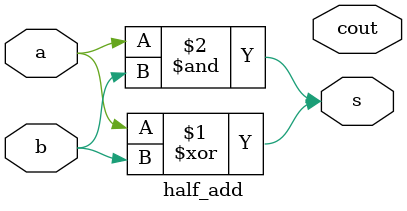
<source format=v>
module half_add(input a, input b, output s, output cout); 

assign s = a ^ b;
assign s = a & b;
endmodule
</source>
